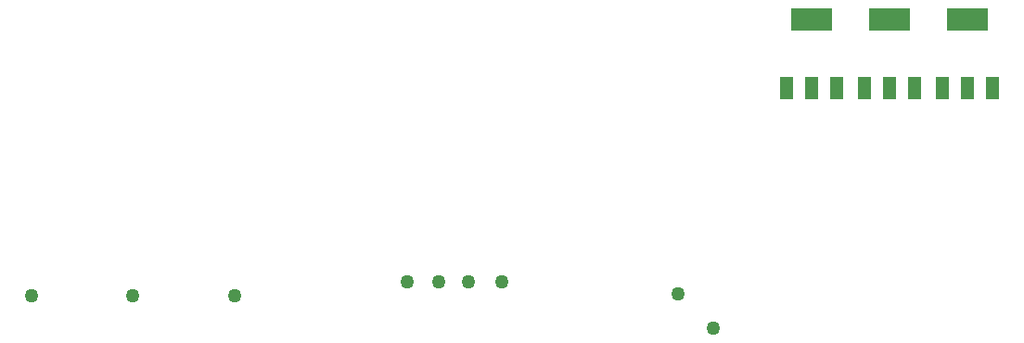
<source format=gtp>
G04 Layer_Color=8421504*
%FSLAX25Y25*%
%MOIN*%
G70*
G01*
G75*
%ADD10R,0.05000X0.08000*%
%ADD11R,0.15000X0.08000*%
%ADD12C,0.05000*%
D10*
X400500Y240600D02*
D03*
X418500D02*
D03*
X409500D02*
D03*
X437500D02*
D03*
X446500D02*
D03*
X428500D02*
D03*
X456500D02*
D03*
X474500D02*
D03*
X465500D02*
D03*
D11*
X409500Y265400D02*
D03*
X437500D02*
D03*
X465500D02*
D03*
D12*
X374000Y154500D02*
D03*
X298000Y171000D02*
D03*
X264000D02*
D03*
X275500D02*
D03*
X286000D02*
D03*
X361449Y166795D02*
D03*
X202000Y166000D02*
D03*
X165500D02*
D03*
X129000D02*
D03*
M02*

</source>
